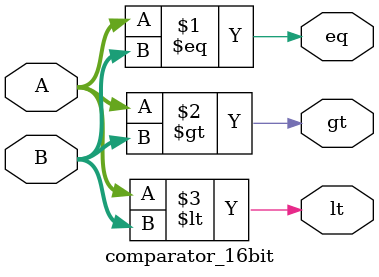
<source format=v>
module comparator_16bit (
    input [15:0] A,        // First 2-bit input operand
    input [15:0] B,        // Second 2-bit input operand
    output gt,     // Output indicating A > B
    output eq,       // Output indicating A == B
    output lt         // Output indicating A < B
);

    // Combinational logic for comparison
    assign eq = (A == B);           // A equals B
    assign gt = (A > B);          // A greater than B
    assign lt = (A < B);             // A less than B

endmodule
</source>
